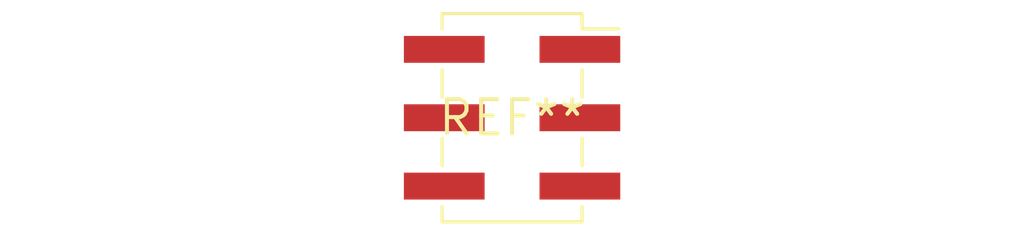
<source format=kicad_pcb>
(kicad_pcb (version 20240108) (generator pcbnew)
  (layers (0 "F.Cu" signal) (31 "B.Cu" signal) (34 "B.Paste" user) (35 "F.Paste" user) (36 "B.SilkS" user "B.Silkscreen") (37 "F.SilkS" user "F.Silkscreen") (38 "B.Mask" user) (39 "F.Mask" user) (44 "Edge.Cuts" user))
  (net 0 "")
  (footprint "PinSocket_2x03_P2.54mm_Vertical_SMD" (layer "F.Cu") (at 0 0)
    (property "Reference" "REF**")
    (property "Value" "PinSocket_2x03_P2.54mm_Vertical_SMD")
    (fp_line (start -2.6 -3.87) (end -2.6 -3.3) (layer "F.SilkS") (stroke (width 0.12)))
    (fp_line (start -2.6 -3.87) (end 2.6 -3.87) (layer "F.SilkS") (stroke (width 0.12)))
    (fp_line (start -2.6 -1.78) (end -2.6 -0.76) (layer "F.SilkS") (stroke (width 0.12)))
    (fp_line (start -2.6 0.76) (end -2.6 1.78) (layer "F.SilkS") (stroke (width 0.12)))
    (fp_line (start -2.6 3.3) (end -2.6 3.87) (layer "F.SilkS") (stroke (width 0.12)))
    (fp_line (start -2.6 3.87) (end 2.6 3.87) (layer "F.SilkS") (stroke (width 0.12)))
    (fp_line (start 2.6 -3.87) (end 2.6 -3.3) (layer "F.SilkS") (stroke (width 0.12)))
    (fp_line (start 2.6 -3.3) (end 3.96 -3.3) (layer "F.SilkS") (stroke (width 0.12)))
    (fp_line (start 2.6 -1.78) (end 2.6 -0.76) (layer "F.SilkS") (stroke (width 0.12)))
    (fp_line (start 2.6 0.76) (end 2.6 1.78) (layer "F.SilkS") (stroke (width 0.12)))
    (fp_line (start 2.6 3.3) (end 2.6 3.87) (layer "F.SilkS") (stroke (width 0.12)))
    (pad "1" smd rect (at 2.52 -2.54) (size 3 1) (layers "F.Cu" "F.Paste" "F.Mask"))
    (pad "2" smd rect (at -2.52 -2.54) (size 3 1) (layers "F.Cu" "F.Paste" "F.Mask"))
    (pad "3" smd rect (at 2.52 0) (size 3 1) (layers "F.Cu" "F.Paste" "F.Mask"))
    (pad "4" smd rect (at -2.52 0) (size 3 1) (layers "F.Cu" "F.Paste" "F.Mask"))
    (pad "5" smd rect (at 2.52 2.54) (size 3 1) (layers "F.Cu" "F.Paste" "F.Mask"))
    (pad "6" smd rect (at -2.52 2.54) (size 3 1) (layers "F.Cu" "F.Paste" "F.Mask"))
  )
)
</source>
